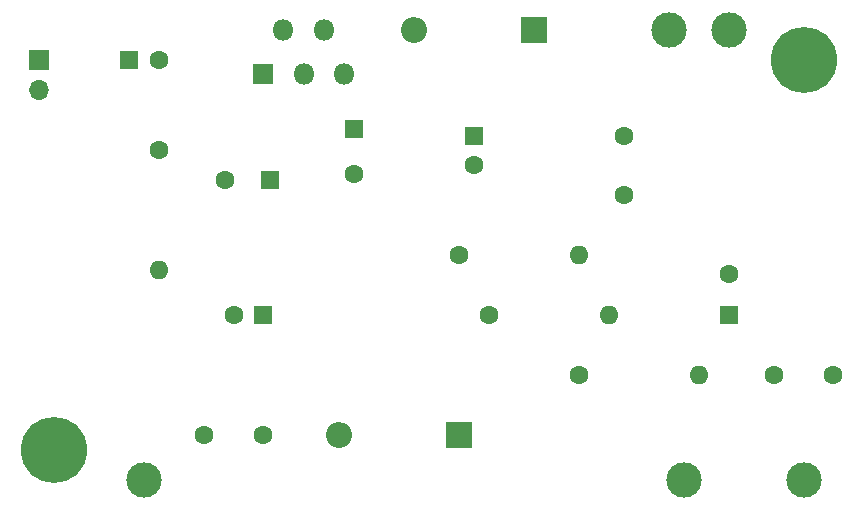
<source format=gbr>
%TF.GenerationSoftware,KiCad,Pcbnew,8.0.3*%
%TF.CreationDate,2025-07-08T18:19:17+07:00*%
%TF.ProjectId,tda2030,74646132-3033-4302-9e6b-696361645f70,rev?*%
%TF.SameCoordinates,Original*%
%TF.FileFunction,Soldermask,Top*%
%TF.FilePolarity,Negative*%
%FSLAX46Y46*%
G04 Gerber Fmt 4.6, Leading zero omitted, Abs format (unit mm)*
G04 Created by KiCad (PCBNEW 8.0.3) date 2025-07-08 18:19:17*
%MOMM*%
%LPD*%
G01*
G04 APERTURE LIST*
%ADD10R,1.600000X1.600000*%
%ADD11C,1.600000*%
%ADD12O,1.600000X1.600000*%
%ADD13C,5.600000*%
%ADD14R,1.700000X1.700000*%
%ADD15O,1.700000X1.700000*%
%ADD16C,3.000000*%
%ADD17R,2.200000X2.200000*%
%ADD18O,2.200000X2.200000*%
%ADD19R,1.800000X1.800000*%
%ADD20O,1.800000X1.800000*%
G04 APERTURE END LIST*
D10*
%TO.C,C7*%
X175220000Y-77470000D03*
D11*
X172720000Y-77470000D03*
%TD*%
D10*
%TO.C,C4*%
X193040000Y-62270000D03*
D11*
X193040000Y-64770000D03*
%TD*%
D10*
%TO.C,C5*%
X182880000Y-61697349D03*
D11*
X182880000Y-65497349D03*
%TD*%
%TO.C,R2*%
X194310000Y-77470000D03*
D12*
X204470000Y-77470000D03*
%TD*%
D13*
%TO.C,REF\u002A\u002A*%
X157480000Y-88900000D03*
%TD*%
D10*
%TO.C,C1*%
X163870000Y-55880000D03*
D11*
X166370000Y-55880000D03*
%TD*%
D14*
%TO.C,audio mono*%
X156210000Y-55880000D03*
D15*
X156210000Y-58420000D03*
%TD*%
D16*
%TO.C,V+*%
X209550000Y-53340000D03*
%TD*%
D11*
%TO.C,R4*%
X201930000Y-82550000D03*
D12*
X212090000Y-82550000D03*
%TD*%
D10*
%TO.C,C6*%
X175792651Y-66040000D03*
D11*
X171992651Y-66040000D03*
%TD*%
D17*
%TO.C,D1*%
X198120000Y-53340000D03*
D18*
X187960000Y-53340000D03*
%TD*%
D16*
%TO.C,S-*%
X220980000Y-91440000D03*
%TD*%
D17*
%TO.C,D2*%
X191770000Y-87630000D03*
D18*
X181610000Y-87630000D03*
%TD*%
D11*
%TO.C,C3*%
X205740000Y-62270000D03*
X205740000Y-67270000D03*
%TD*%
D16*
%TO.C,S+*%
X210820000Y-91440000D03*
%TD*%
%TO.C,0v*%
X214630000Y-53340000D03*
%TD*%
D13*
%TO.C,REF\u002A\u002A*%
X220980000Y-55880000D03*
%TD*%
D16*
%TO.C,V-*%
X165100000Y-91440000D03*
%TD*%
D19*
%TO.C,U1*%
X175240000Y-57040000D03*
D20*
X176940000Y-53340000D03*
X178640000Y-57040000D03*
X180340000Y-53340000D03*
X182040000Y-57040000D03*
%TD*%
D11*
%TO.C,R3*%
X166370000Y-63500000D03*
D12*
X166370000Y-73660000D03*
%TD*%
D11*
%TO.C,C9*%
X218480000Y-82550000D03*
X223480000Y-82550000D03*
%TD*%
D10*
%TO.C,C2*%
X214630000Y-77470000D03*
D11*
X214630000Y-73970000D03*
%TD*%
%TO.C,C8*%
X175220000Y-87630000D03*
X170220000Y-87630000D03*
%TD*%
%TO.C,R1*%
X191770000Y-72390000D03*
D12*
X201930000Y-72390000D03*
%TD*%
M02*

</source>
